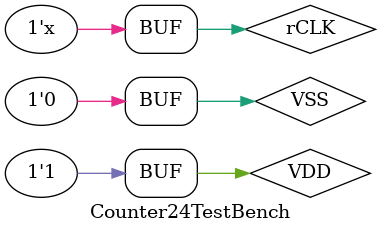
<source format=v>
`timescale 1ns / 1ps


module Counter24TestBench();
    reg rCLK;
    parameter pHalfT = 50;
    
    supply0 VSS;
    supply1 VDD;
    wire[3:0] wN1, wN0;
    wire wC;
    
    Counter24 Cnt24
    (
        .wClock(rCLK),
        .wMode(VDD),
        .wUp(VSS),
        .wReset(VSS),
        .rNumber1(wN1),
        .rNumber0(wN0),
        .rCarry(wC)
    );
    
    initial
    begin
        rCLK = 1'b0;
    end
    
    always
    begin
        #pHalfT rCLK <= ~rCLK;
    end
    
endmodule

</source>
